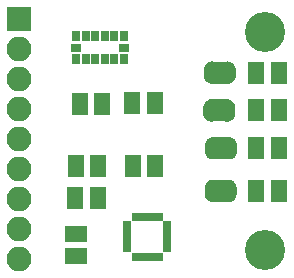
<source format=gts>
G04 #@! TF.GenerationSoftware,KiCad,Pcbnew,5.0.0-rc1-44a33f2~62~ubuntu16.04.1*
G04 #@! TF.CreationDate,2018-04-05T21:06:55+03:00*
G04 #@! TF.ProjectId,accel-breakout,616363656C2D627265616B6F75742E6B,rev?*
G04 #@! TF.SameCoordinates,Original*
G04 #@! TF.FileFunction,Soldermask,Top*
G04 #@! TF.FilePolarity,Negative*
%FSLAX46Y46*%
G04 Gerber Fmt 4.6, Leading zero omitted, Abs format (unit mm)*
G04 Created by KiCad (PCBNEW 5.0.0-rc1-44a33f2~62~ubuntu16.04.1) date Thu Apr  5 21:06:55 2018*
%MOMM*%
%LPD*%
G01*
G04 APERTURE LIST*
%ADD10R,0.800000X0.700000*%
%ADD11R,0.700000X0.800000*%
%ADD12R,1.370000X1.900000*%
%ADD13R,1.900000X1.370000*%
%ADD14R,2.100000X2.100000*%
%ADD15O,2.100000X2.100000*%
%ADD16R,0.900000X1.900000*%
%ADD17C,0.100000*%
%ADD18C,1.400000*%
%ADD19R,0.640000X0.940000*%
%ADD20R,0.940000X0.640000*%
%ADD21C,3.400000*%
G04 APERTURE END LIST*
D10*
X138395000Y-98230000D03*
X138395000Y-98880000D03*
X138395000Y-99520000D03*
X138395000Y-100170000D03*
D11*
X139125000Y-100900000D03*
X139775000Y-100900000D03*
X140415000Y-100900000D03*
X141065000Y-100900000D03*
D10*
X141795000Y-100170000D03*
X141795000Y-99520000D03*
X141795000Y-98880000D03*
X141795000Y-98230000D03*
D11*
X141065000Y-97500000D03*
X140415000Y-97500000D03*
X139775000Y-97500000D03*
X139125000Y-97500000D03*
D12*
X135960000Y-93175000D03*
X134050000Y-93175000D03*
X134025000Y-95925000D03*
X135935000Y-95925000D03*
X134395000Y-87975000D03*
X136305000Y-87975000D03*
D13*
X134100000Y-100835000D03*
X134100000Y-98925000D03*
D12*
X140800000Y-93175000D03*
X138890000Y-93175000D03*
X138820000Y-87875000D03*
X140730000Y-87875000D03*
D14*
X129282619Y-80757500D03*
D15*
X129282619Y-83297500D03*
X129282619Y-85837500D03*
X129282619Y-88377500D03*
X129282619Y-90917500D03*
X129282619Y-93457500D03*
X129282619Y-95997500D03*
X129282619Y-98537500D03*
X129282619Y-101077500D03*
D16*
X145950000Y-91700000D03*
X146750000Y-91700000D03*
D17*
G36*
X147068613Y-90753371D02*
X147136564Y-90763450D01*
X147203200Y-90780142D01*
X147267879Y-90803284D01*
X147329979Y-90832655D01*
X147388900Y-90867971D01*
X147444076Y-90908893D01*
X147494976Y-90955025D01*
X147541108Y-91005925D01*
X147582030Y-91061101D01*
X147617346Y-91120022D01*
X147646717Y-91182122D01*
X147669859Y-91246801D01*
X147686551Y-91313437D01*
X147696630Y-91381388D01*
X147700001Y-91450000D01*
X147700001Y-91950000D01*
X147696630Y-92018612D01*
X147686551Y-92086563D01*
X147669859Y-92153199D01*
X147646717Y-92217878D01*
X147617346Y-92279978D01*
X147582030Y-92338899D01*
X147541108Y-92394075D01*
X147494976Y-92444975D01*
X147444076Y-92491107D01*
X147388900Y-92532029D01*
X147329979Y-92567345D01*
X147267879Y-92596716D01*
X147203200Y-92619858D01*
X147136564Y-92636550D01*
X147068613Y-92646629D01*
X147000001Y-92650000D01*
X146999999Y-92650000D01*
X146931387Y-92646629D01*
X146863436Y-92636550D01*
X146796800Y-92619858D01*
X146732121Y-92596716D01*
X146670021Y-92567345D01*
X146611100Y-92532029D01*
X146555924Y-92491107D01*
X146505024Y-92444975D01*
X146458892Y-92394075D01*
X146417970Y-92338899D01*
X146382654Y-92279978D01*
X146353283Y-92217878D01*
X146330141Y-92153199D01*
X146313449Y-92086563D01*
X146303370Y-92018612D01*
X146299999Y-91950000D01*
X146299999Y-91450000D01*
X146303370Y-91381388D01*
X146313449Y-91313437D01*
X146330141Y-91246801D01*
X146353283Y-91182122D01*
X146382654Y-91120022D01*
X146417970Y-91061101D01*
X146458892Y-91005925D01*
X146505024Y-90955025D01*
X146555924Y-90908893D01*
X146611100Y-90867971D01*
X146670021Y-90832655D01*
X146732121Y-90803284D01*
X146796800Y-90780142D01*
X146863436Y-90763450D01*
X146931387Y-90753371D01*
X146999999Y-90750000D01*
X147000001Y-90750000D01*
X147068613Y-90753371D01*
X147068613Y-90753371D01*
G37*
D18*
X147000000Y-91700000D03*
D17*
G36*
X145768613Y-90753371D02*
X145836564Y-90763450D01*
X145903200Y-90780142D01*
X145967879Y-90803284D01*
X146029979Y-90832655D01*
X146088900Y-90867971D01*
X146144076Y-90908893D01*
X146194976Y-90955025D01*
X146241108Y-91005925D01*
X146282030Y-91061101D01*
X146317346Y-91120022D01*
X146346717Y-91182122D01*
X146369859Y-91246801D01*
X146386551Y-91313437D01*
X146396630Y-91381388D01*
X146400001Y-91450000D01*
X146400001Y-91950000D01*
X146396630Y-92018612D01*
X146386551Y-92086563D01*
X146369859Y-92153199D01*
X146346717Y-92217878D01*
X146317346Y-92279978D01*
X146282030Y-92338899D01*
X146241108Y-92394075D01*
X146194976Y-92444975D01*
X146144076Y-92491107D01*
X146088900Y-92532029D01*
X146029979Y-92567345D01*
X145967879Y-92596716D01*
X145903200Y-92619858D01*
X145836564Y-92636550D01*
X145768613Y-92646629D01*
X145700001Y-92650000D01*
X145699999Y-92650000D01*
X145631387Y-92646629D01*
X145563436Y-92636550D01*
X145496800Y-92619858D01*
X145432121Y-92596716D01*
X145370021Y-92567345D01*
X145311100Y-92532029D01*
X145255924Y-92491107D01*
X145205024Y-92444975D01*
X145158892Y-92394075D01*
X145117970Y-92338899D01*
X145082654Y-92279978D01*
X145053283Y-92217878D01*
X145030141Y-92153199D01*
X145013449Y-92086563D01*
X145003370Y-92018612D01*
X144999999Y-91950000D01*
X144999999Y-91450000D01*
X145003370Y-91381388D01*
X145013449Y-91313437D01*
X145030141Y-91246801D01*
X145053283Y-91182122D01*
X145082654Y-91120022D01*
X145117970Y-91061101D01*
X145158892Y-91005925D01*
X145205024Y-90955025D01*
X145255924Y-90908893D01*
X145311100Y-90867971D01*
X145370021Y-90832655D01*
X145432121Y-90803284D01*
X145496800Y-90780142D01*
X145563436Y-90763450D01*
X145631387Y-90753371D01*
X145699999Y-90750000D01*
X145700001Y-90750000D01*
X145768613Y-90753371D01*
X145768613Y-90753371D01*
G37*
D18*
X145700000Y-91700000D03*
D17*
G36*
X145668613Y-84353371D02*
X145736564Y-84363450D01*
X145803200Y-84380142D01*
X145867879Y-84403284D01*
X145929979Y-84432655D01*
X145988900Y-84467971D01*
X146044076Y-84508893D01*
X146094976Y-84555025D01*
X146141108Y-84605925D01*
X146182030Y-84661101D01*
X146217346Y-84720022D01*
X146246717Y-84782122D01*
X146269859Y-84846801D01*
X146286551Y-84913437D01*
X146296630Y-84981388D01*
X146300001Y-85050000D01*
X146300001Y-85550000D01*
X146296630Y-85618612D01*
X146286551Y-85686563D01*
X146269859Y-85753199D01*
X146246717Y-85817878D01*
X146217346Y-85879978D01*
X146182030Y-85938899D01*
X146141108Y-85994075D01*
X146094976Y-86044975D01*
X146044076Y-86091107D01*
X145988900Y-86132029D01*
X145929979Y-86167345D01*
X145867879Y-86196716D01*
X145803200Y-86219858D01*
X145736564Y-86236550D01*
X145668613Y-86246629D01*
X145600001Y-86250000D01*
X145599999Y-86250000D01*
X145531387Y-86246629D01*
X145463436Y-86236550D01*
X145396800Y-86219858D01*
X145332121Y-86196716D01*
X145270021Y-86167345D01*
X145211100Y-86132029D01*
X145155924Y-86091107D01*
X145105024Y-86044975D01*
X145058892Y-85994075D01*
X145017970Y-85938899D01*
X144982654Y-85879978D01*
X144953283Y-85817878D01*
X144930141Y-85753199D01*
X144913449Y-85686563D01*
X144903370Y-85618612D01*
X144899999Y-85550000D01*
X144899999Y-85050000D01*
X144903370Y-84981388D01*
X144913449Y-84913437D01*
X144930141Y-84846801D01*
X144953283Y-84782122D01*
X144982654Y-84720022D01*
X145017970Y-84661101D01*
X145058892Y-84605925D01*
X145105024Y-84555025D01*
X145155924Y-84508893D01*
X145211100Y-84467971D01*
X145270021Y-84432655D01*
X145332121Y-84403284D01*
X145396800Y-84380142D01*
X145463436Y-84363450D01*
X145531387Y-84353371D01*
X145599999Y-84350000D01*
X145600001Y-84350000D01*
X145668613Y-84353371D01*
X145668613Y-84353371D01*
G37*
D18*
X145600000Y-85300000D03*
D17*
G36*
X146968613Y-84353371D02*
X147036564Y-84363450D01*
X147103200Y-84380142D01*
X147167879Y-84403284D01*
X147229979Y-84432655D01*
X147288900Y-84467971D01*
X147344076Y-84508893D01*
X147394976Y-84555025D01*
X147441108Y-84605925D01*
X147482030Y-84661101D01*
X147517346Y-84720022D01*
X147546717Y-84782122D01*
X147569859Y-84846801D01*
X147586551Y-84913437D01*
X147596630Y-84981388D01*
X147600001Y-85050000D01*
X147600001Y-85550000D01*
X147596630Y-85618612D01*
X147586551Y-85686563D01*
X147569859Y-85753199D01*
X147546717Y-85817878D01*
X147517346Y-85879978D01*
X147482030Y-85938899D01*
X147441108Y-85994075D01*
X147394976Y-86044975D01*
X147344076Y-86091107D01*
X147288900Y-86132029D01*
X147229979Y-86167345D01*
X147167879Y-86196716D01*
X147103200Y-86219858D01*
X147036564Y-86236550D01*
X146968613Y-86246629D01*
X146900001Y-86250000D01*
X146899999Y-86250000D01*
X146831387Y-86246629D01*
X146763436Y-86236550D01*
X146696800Y-86219858D01*
X146632121Y-86196716D01*
X146570021Y-86167345D01*
X146511100Y-86132029D01*
X146455924Y-86091107D01*
X146405024Y-86044975D01*
X146358892Y-85994075D01*
X146317970Y-85938899D01*
X146282654Y-85879978D01*
X146253283Y-85817878D01*
X146230141Y-85753199D01*
X146213449Y-85686563D01*
X146203370Y-85618612D01*
X146199999Y-85550000D01*
X146199999Y-85050000D01*
X146203370Y-84981388D01*
X146213449Y-84913437D01*
X146230141Y-84846801D01*
X146253283Y-84782122D01*
X146282654Y-84720022D01*
X146317970Y-84661101D01*
X146358892Y-84605925D01*
X146405024Y-84555025D01*
X146455924Y-84508893D01*
X146511100Y-84467971D01*
X146570021Y-84432655D01*
X146632121Y-84403284D01*
X146696800Y-84380142D01*
X146763436Y-84363450D01*
X146831387Y-84353371D01*
X146899999Y-84350000D01*
X146900001Y-84350000D01*
X146968613Y-84353371D01*
X146968613Y-84353371D01*
G37*
D18*
X146900000Y-85300000D03*
D16*
X146650000Y-85300000D03*
X145850000Y-85300000D03*
X145925000Y-95300000D03*
X146725000Y-95300000D03*
D17*
G36*
X147043613Y-94353371D02*
X147111564Y-94363450D01*
X147178200Y-94380142D01*
X147242879Y-94403284D01*
X147304979Y-94432655D01*
X147363900Y-94467971D01*
X147419076Y-94508893D01*
X147469976Y-94555025D01*
X147516108Y-94605925D01*
X147557030Y-94661101D01*
X147592346Y-94720022D01*
X147621717Y-94782122D01*
X147644859Y-94846801D01*
X147661551Y-94913437D01*
X147671630Y-94981388D01*
X147675001Y-95050000D01*
X147675001Y-95550000D01*
X147671630Y-95618612D01*
X147661551Y-95686563D01*
X147644859Y-95753199D01*
X147621717Y-95817878D01*
X147592346Y-95879978D01*
X147557030Y-95938899D01*
X147516108Y-95994075D01*
X147469976Y-96044975D01*
X147419076Y-96091107D01*
X147363900Y-96132029D01*
X147304979Y-96167345D01*
X147242879Y-96196716D01*
X147178200Y-96219858D01*
X147111564Y-96236550D01*
X147043613Y-96246629D01*
X146975001Y-96250000D01*
X146974999Y-96250000D01*
X146906387Y-96246629D01*
X146838436Y-96236550D01*
X146771800Y-96219858D01*
X146707121Y-96196716D01*
X146645021Y-96167345D01*
X146586100Y-96132029D01*
X146530924Y-96091107D01*
X146480024Y-96044975D01*
X146433892Y-95994075D01*
X146392970Y-95938899D01*
X146357654Y-95879978D01*
X146328283Y-95817878D01*
X146305141Y-95753199D01*
X146288449Y-95686563D01*
X146278370Y-95618612D01*
X146274999Y-95550000D01*
X146274999Y-95050000D01*
X146278370Y-94981388D01*
X146288449Y-94913437D01*
X146305141Y-94846801D01*
X146328283Y-94782122D01*
X146357654Y-94720022D01*
X146392970Y-94661101D01*
X146433892Y-94605925D01*
X146480024Y-94555025D01*
X146530924Y-94508893D01*
X146586100Y-94467971D01*
X146645021Y-94432655D01*
X146707121Y-94403284D01*
X146771800Y-94380142D01*
X146838436Y-94363450D01*
X146906387Y-94353371D01*
X146974999Y-94350000D01*
X146975001Y-94350000D01*
X147043613Y-94353371D01*
X147043613Y-94353371D01*
G37*
D18*
X146975000Y-95300000D03*
D17*
G36*
X145743613Y-94353371D02*
X145811564Y-94363450D01*
X145878200Y-94380142D01*
X145942879Y-94403284D01*
X146004979Y-94432655D01*
X146063900Y-94467971D01*
X146119076Y-94508893D01*
X146169976Y-94555025D01*
X146216108Y-94605925D01*
X146257030Y-94661101D01*
X146292346Y-94720022D01*
X146321717Y-94782122D01*
X146344859Y-94846801D01*
X146361551Y-94913437D01*
X146371630Y-94981388D01*
X146375001Y-95050000D01*
X146375001Y-95550000D01*
X146371630Y-95618612D01*
X146361551Y-95686563D01*
X146344859Y-95753199D01*
X146321717Y-95817878D01*
X146292346Y-95879978D01*
X146257030Y-95938899D01*
X146216108Y-95994075D01*
X146169976Y-96044975D01*
X146119076Y-96091107D01*
X146063900Y-96132029D01*
X146004979Y-96167345D01*
X145942879Y-96196716D01*
X145878200Y-96219858D01*
X145811564Y-96236550D01*
X145743613Y-96246629D01*
X145675001Y-96250000D01*
X145674999Y-96250000D01*
X145606387Y-96246629D01*
X145538436Y-96236550D01*
X145471800Y-96219858D01*
X145407121Y-96196716D01*
X145345021Y-96167345D01*
X145286100Y-96132029D01*
X145230924Y-96091107D01*
X145180024Y-96044975D01*
X145133892Y-95994075D01*
X145092970Y-95938899D01*
X145057654Y-95879978D01*
X145028283Y-95817878D01*
X145005141Y-95753199D01*
X144988449Y-95686563D01*
X144978370Y-95618612D01*
X144974999Y-95550000D01*
X144974999Y-95050000D01*
X144978370Y-94981388D01*
X144988449Y-94913437D01*
X145005141Y-94846801D01*
X145028283Y-94782122D01*
X145057654Y-94720022D01*
X145092970Y-94661101D01*
X145133892Y-94605925D01*
X145180024Y-94555025D01*
X145230924Y-94508893D01*
X145286100Y-94467971D01*
X145345021Y-94432655D01*
X145407121Y-94403284D01*
X145471800Y-94380142D01*
X145538436Y-94363450D01*
X145606387Y-94353371D01*
X145674999Y-94350000D01*
X145675001Y-94350000D01*
X145743613Y-94353371D01*
X145743613Y-94353371D01*
G37*
D18*
X145675000Y-95300000D03*
D17*
G36*
X145618613Y-87553371D02*
X145686564Y-87563450D01*
X145753200Y-87580142D01*
X145817879Y-87603284D01*
X145879979Y-87632655D01*
X145938900Y-87667971D01*
X145994076Y-87708893D01*
X146044976Y-87755025D01*
X146091108Y-87805925D01*
X146132030Y-87861101D01*
X146167346Y-87920022D01*
X146196717Y-87982122D01*
X146219859Y-88046801D01*
X146236551Y-88113437D01*
X146246630Y-88181388D01*
X146250001Y-88250000D01*
X146250001Y-88750000D01*
X146246630Y-88818612D01*
X146236551Y-88886563D01*
X146219859Y-88953199D01*
X146196717Y-89017878D01*
X146167346Y-89079978D01*
X146132030Y-89138899D01*
X146091108Y-89194075D01*
X146044976Y-89244975D01*
X145994076Y-89291107D01*
X145938900Y-89332029D01*
X145879979Y-89367345D01*
X145817879Y-89396716D01*
X145753200Y-89419858D01*
X145686564Y-89436550D01*
X145618613Y-89446629D01*
X145550001Y-89450000D01*
X145549999Y-89450000D01*
X145481387Y-89446629D01*
X145413436Y-89436550D01*
X145346800Y-89419858D01*
X145282121Y-89396716D01*
X145220021Y-89367345D01*
X145161100Y-89332029D01*
X145105924Y-89291107D01*
X145055024Y-89244975D01*
X145008892Y-89194075D01*
X144967970Y-89138899D01*
X144932654Y-89079978D01*
X144903283Y-89017878D01*
X144880141Y-88953199D01*
X144863449Y-88886563D01*
X144853370Y-88818612D01*
X144849999Y-88750000D01*
X144849999Y-88250000D01*
X144853370Y-88181388D01*
X144863449Y-88113437D01*
X144880141Y-88046801D01*
X144903283Y-87982122D01*
X144932654Y-87920022D01*
X144967970Y-87861101D01*
X145008892Y-87805925D01*
X145055024Y-87755025D01*
X145105924Y-87708893D01*
X145161100Y-87667971D01*
X145220021Y-87632655D01*
X145282121Y-87603284D01*
X145346800Y-87580142D01*
X145413436Y-87563450D01*
X145481387Y-87553371D01*
X145549999Y-87550000D01*
X145550001Y-87550000D01*
X145618613Y-87553371D01*
X145618613Y-87553371D01*
G37*
D18*
X145550000Y-88500000D03*
D17*
G36*
X146918613Y-87553371D02*
X146986564Y-87563450D01*
X147053200Y-87580142D01*
X147117879Y-87603284D01*
X147179979Y-87632655D01*
X147238900Y-87667971D01*
X147294076Y-87708893D01*
X147344976Y-87755025D01*
X147391108Y-87805925D01*
X147432030Y-87861101D01*
X147467346Y-87920022D01*
X147496717Y-87982122D01*
X147519859Y-88046801D01*
X147536551Y-88113437D01*
X147546630Y-88181388D01*
X147550001Y-88250000D01*
X147550001Y-88750000D01*
X147546630Y-88818612D01*
X147536551Y-88886563D01*
X147519859Y-88953199D01*
X147496717Y-89017878D01*
X147467346Y-89079978D01*
X147432030Y-89138899D01*
X147391108Y-89194075D01*
X147344976Y-89244975D01*
X147294076Y-89291107D01*
X147238900Y-89332029D01*
X147179979Y-89367345D01*
X147117879Y-89396716D01*
X147053200Y-89419858D01*
X146986564Y-89436550D01*
X146918613Y-89446629D01*
X146850001Y-89450000D01*
X146849999Y-89450000D01*
X146781387Y-89446629D01*
X146713436Y-89436550D01*
X146646800Y-89419858D01*
X146582121Y-89396716D01*
X146520021Y-89367345D01*
X146461100Y-89332029D01*
X146405924Y-89291107D01*
X146355024Y-89244975D01*
X146308892Y-89194075D01*
X146267970Y-89138899D01*
X146232654Y-89079978D01*
X146203283Y-89017878D01*
X146180141Y-88953199D01*
X146163449Y-88886563D01*
X146153370Y-88818612D01*
X146149999Y-88750000D01*
X146149999Y-88250000D01*
X146153370Y-88181388D01*
X146163449Y-88113437D01*
X146180141Y-88046801D01*
X146203283Y-87982122D01*
X146232654Y-87920022D01*
X146267970Y-87861101D01*
X146308892Y-87805925D01*
X146355024Y-87755025D01*
X146405924Y-87708893D01*
X146461100Y-87667971D01*
X146520021Y-87632655D01*
X146582121Y-87603284D01*
X146646800Y-87580142D01*
X146713436Y-87563450D01*
X146781387Y-87553371D01*
X146849999Y-87550000D01*
X146850001Y-87550000D01*
X146918613Y-87553371D01*
X146918613Y-87553371D01*
G37*
D18*
X146850000Y-88500000D03*
D16*
X146600000Y-88500000D03*
X145800000Y-88500000D03*
D12*
X151260000Y-91700000D03*
X149350000Y-91700000D03*
X149325000Y-85300000D03*
X151235000Y-85300000D03*
X151260000Y-95325000D03*
X149350000Y-95325000D03*
X149350000Y-88500000D03*
X151260000Y-88500000D03*
D19*
X134100000Y-84175000D03*
X134900000Y-84175000D03*
X135700000Y-84175000D03*
X136500000Y-84175000D03*
X137300000Y-84175000D03*
X138100000Y-84175000D03*
D20*
X138100000Y-83175000D03*
D19*
X138100000Y-82175000D03*
X137300000Y-82175000D03*
X136500000Y-82175000D03*
X135700000Y-82175000D03*
X134900000Y-82175000D03*
X134100000Y-82175000D03*
D20*
X134100000Y-83175000D03*
D21*
X150050000Y-100350000D03*
X150050000Y-81850000D03*
M02*

</source>
